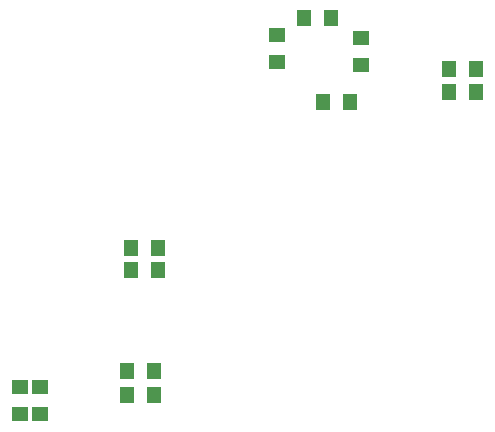
<source format=gbp>
G04*
G04 #@! TF.GenerationSoftware,Altium Limited,Altium Designer,18.1.5 (160)*
G04*
G04 Layer_Color=128*
%FSTAX24Y24*%
%MOIN*%
G70*
G01*
G75*
%ADD19R,0.0500X0.0550*%
%ADD23R,0.0550X0.0500*%
D19*
X0294Y0306D02*
D03*
X0303D02*
D03*
X02375Y021635D02*
D03*
X02285D02*
D03*
Y020835D02*
D03*
X02375D02*
D03*
X023Y02575D02*
D03*
X0239D02*
D03*
Y025D02*
D03*
X023D02*
D03*
X02875Y03341D02*
D03*
X02965D02*
D03*
X0336Y03095D02*
D03*
X0345D02*
D03*
Y0317D02*
D03*
X0336D02*
D03*
D23*
X03065Y03185D02*
D03*
Y03275D02*
D03*
X02785Y03285D02*
D03*
Y03195D02*
D03*
X0193Y0202D02*
D03*
Y0211D02*
D03*
X01995D02*
D03*
Y0202D02*
D03*
M02*

</source>
